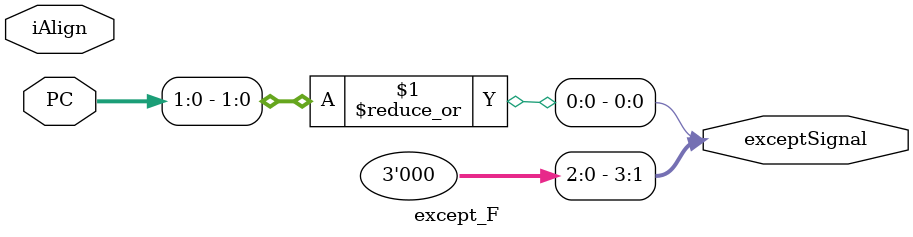
<source format=sv>
module except_F #(parameter N = 64) 
                 (input logic[N-1:0] PC,
                  input logic iAlign,
                  output logic[3:0] exceptSignal);

    // NOTE: if we decide to use iAlign (ie support C extension) in the future 
    // PC[1:0] check should be changed
    // Format: breakpoint, page fault, access fault, misalign
    assign exceptSignal = {{3'b0}, {(|{PC[1:0]})}};

endmodule
</source>
